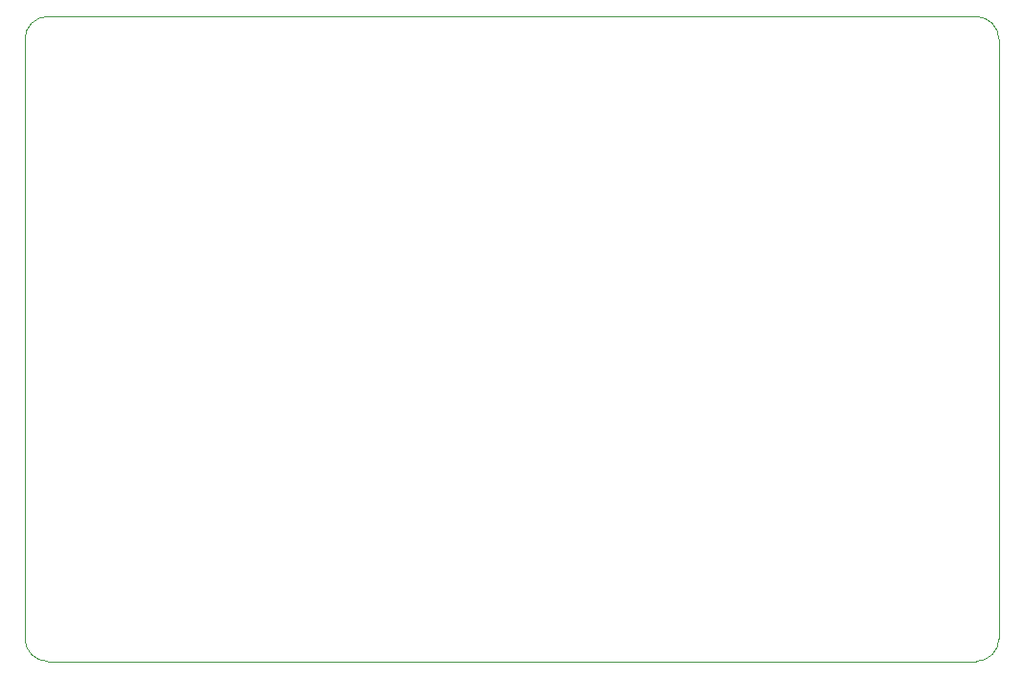
<source format=gbr>
%TF.GenerationSoftware,KiCad,Pcbnew,8.0.2*%
%TF.CreationDate,2024-09-30T17:14:49+02:00*%
%TF.ProjectId,Indicator_voltage,496e6469-6361-4746-9f72-5f766f6c7461,rev?*%
%TF.SameCoordinates,Original*%
%TF.FileFunction,Profile,NP*%
%FSLAX46Y46*%
G04 Gerber Fmt 4.6, Leading zero omitted, Abs format (unit mm)*
G04 Created by KiCad (PCBNEW 8.0.2) date 2024-09-30 17:14:49*
%MOMM*%
%LPD*%
G01*
G04 APERTURE LIST*
%TA.AperFunction,Profile*%
%ADD10C,0.100000*%
%TD*%
G04 APERTURE END LIST*
D10*
X121000000Y-45000000D02*
G75*
G02*
X123000000Y-47000000I0J-2000000D01*
G01*
X39000000Y-45000000D02*
X121000000Y-45000000D01*
X121000000Y-102000000D02*
X39000000Y-102000000D01*
X123000000Y-47000000D02*
X123000000Y-100000000D01*
X123000000Y-100000000D02*
G75*
G02*
X121000000Y-102000000I-2000000J0D01*
G01*
X37000000Y-47000000D02*
G75*
G02*
X39000000Y-45000000I2000000J0D01*
G01*
X37000000Y-100000000D02*
X37000000Y-47000000D01*
X39000000Y-102000000D02*
G75*
G02*
X37000000Y-100000000I0J2000000D01*
G01*
M02*

</source>
